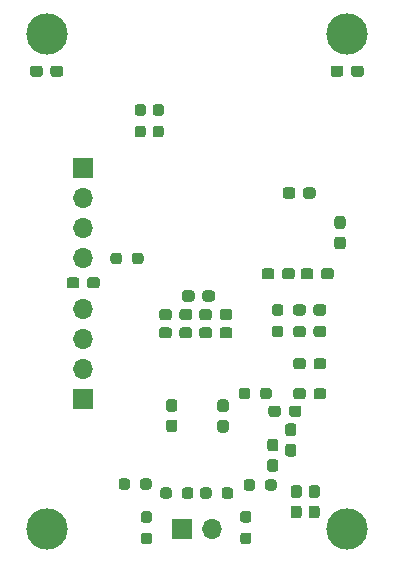
<source format=gbr>
%TF.GenerationSoftware,KiCad,Pcbnew,(5.1.9)-1*%
%TF.CreationDate,2021-03-06T18:52:22-05:00*%
%TF.ProjectId,final_design_v2,66696e61-6c5f-4646-9573-69676e5f7632,rev?*%
%TF.SameCoordinates,Original*%
%TF.FileFunction,Soldermask,Bot*%
%TF.FilePolarity,Negative*%
%FSLAX46Y46*%
G04 Gerber Fmt 4.6, Leading zero omitted, Abs format (unit mm)*
G04 Created by KiCad (PCBNEW (5.1.9)-1) date 2021-03-06 18:52:22*
%MOMM*%
%LPD*%
G01*
G04 APERTURE LIST*
%ADD10C,3.500000*%
%ADD11R,1.700000X1.700000*%
%ADD12O,1.700000X1.700000*%
G04 APERTURE END LIST*
D10*
%TO.C,H4*%
X162090100Y-121564400D03*
%TD*%
%TO.C,C1*%
G36*
G01*
X148091700Y-102091500D02*
X148091700Y-101616500D01*
G75*
G02*
X148329200Y-101379000I237500J0D01*
G01*
X148929200Y-101379000D01*
G75*
G02*
X149166700Y-101616500I0J-237500D01*
G01*
X149166700Y-102091500D01*
G75*
G02*
X148929200Y-102329000I-237500J0D01*
G01*
X148329200Y-102329000D01*
G75*
G02*
X148091700Y-102091500I0J237500D01*
G01*
G37*
G36*
G01*
X149816700Y-102091500D02*
X149816700Y-101616500D01*
G75*
G02*
X150054200Y-101379000I237500J0D01*
G01*
X150654200Y-101379000D01*
G75*
G02*
X150891700Y-101616500I0J-237500D01*
G01*
X150891700Y-102091500D01*
G75*
G02*
X150654200Y-102329000I-237500J0D01*
G01*
X150054200Y-102329000D01*
G75*
G02*
X149816700Y-102091500I0J237500D01*
G01*
G37*
%TD*%
%TO.C,C2*%
G36*
G01*
X147886300Y-103666300D02*
X147886300Y-103191300D01*
G75*
G02*
X148123800Y-102953800I237500J0D01*
G01*
X148723800Y-102953800D01*
G75*
G02*
X148961300Y-103191300I0J-237500D01*
G01*
X148961300Y-103666300D01*
G75*
G02*
X148723800Y-103903800I-237500J0D01*
G01*
X148123800Y-103903800D01*
G75*
G02*
X147886300Y-103666300I0J237500D01*
G01*
G37*
G36*
G01*
X146161300Y-103666300D02*
X146161300Y-103191300D01*
G75*
G02*
X146398800Y-102953800I237500J0D01*
G01*
X146998800Y-102953800D01*
G75*
G02*
X147236300Y-103191300I0J-237500D01*
G01*
X147236300Y-103666300D01*
G75*
G02*
X146998800Y-103903800I-237500J0D01*
G01*
X146398800Y-103903800D01*
G75*
G02*
X146161300Y-103666300I0J237500D01*
G01*
G37*
%TD*%
%TO.C,C3*%
G36*
G01*
X146161300Y-105215700D02*
X146161300Y-104740700D01*
G75*
G02*
X146398800Y-104503200I237500J0D01*
G01*
X146998800Y-104503200D01*
G75*
G02*
X147236300Y-104740700I0J-237500D01*
G01*
X147236300Y-105215700D01*
G75*
G02*
X146998800Y-105453200I-237500J0D01*
G01*
X146398800Y-105453200D01*
G75*
G02*
X146161300Y-105215700I0J237500D01*
G01*
G37*
G36*
G01*
X147886300Y-105215700D02*
X147886300Y-104740700D01*
G75*
G02*
X148123800Y-104503200I237500J0D01*
G01*
X148723800Y-104503200D01*
G75*
G02*
X148961300Y-104740700I0J-237500D01*
G01*
X148961300Y-105215700D01*
G75*
G02*
X148723800Y-105453200I-237500J0D01*
G01*
X148123800Y-105453200D01*
G75*
G02*
X147886300Y-105215700I0J237500D01*
G01*
G37*
%TD*%
%TO.C,C4*%
G36*
G01*
X150639900Y-103191300D02*
X150639900Y-103666300D01*
G75*
G02*
X150402400Y-103903800I-237500J0D01*
G01*
X149802400Y-103903800D01*
G75*
G02*
X149564900Y-103666300I0J237500D01*
G01*
X149564900Y-103191300D01*
G75*
G02*
X149802400Y-102953800I237500J0D01*
G01*
X150402400Y-102953800D01*
G75*
G02*
X150639900Y-103191300I0J-237500D01*
G01*
G37*
G36*
G01*
X152364900Y-103191300D02*
X152364900Y-103666300D01*
G75*
G02*
X152127400Y-103903800I-237500J0D01*
G01*
X151527400Y-103903800D01*
G75*
G02*
X151289900Y-103666300I0J237500D01*
G01*
X151289900Y-103191300D01*
G75*
G02*
X151527400Y-102953800I237500J0D01*
G01*
X152127400Y-102953800D01*
G75*
G02*
X152364900Y-103191300I0J-237500D01*
G01*
G37*
%TD*%
%TO.C,C5*%
G36*
G01*
X152364900Y-104740700D02*
X152364900Y-105215700D01*
G75*
G02*
X152127400Y-105453200I-237500J0D01*
G01*
X151527400Y-105453200D01*
G75*
G02*
X151289900Y-105215700I0J237500D01*
G01*
X151289900Y-104740700D01*
G75*
G02*
X151527400Y-104503200I237500J0D01*
G01*
X152127400Y-104503200D01*
G75*
G02*
X152364900Y-104740700I0J-237500D01*
G01*
G37*
G36*
G01*
X150639900Y-104740700D02*
X150639900Y-105215700D01*
G75*
G02*
X150402400Y-105453200I-237500J0D01*
G01*
X149802400Y-105453200D01*
G75*
G02*
X149564900Y-105215700I0J237500D01*
G01*
X149564900Y-104740700D01*
G75*
G02*
X149802400Y-104503200I237500J0D01*
G01*
X150402400Y-104503200D01*
G75*
G02*
X150639900Y-104740700I0J-237500D01*
G01*
G37*
%TD*%
%TO.C,C6*%
G36*
G01*
X157077400Y-114371000D02*
X157552400Y-114371000D01*
G75*
G02*
X157789900Y-114608500I0J-237500D01*
G01*
X157789900Y-115208500D01*
G75*
G02*
X157552400Y-115446000I-237500J0D01*
G01*
X157077400Y-115446000D01*
G75*
G02*
X156839900Y-115208500I0J237500D01*
G01*
X156839900Y-114608500D01*
G75*
G02*
X157077400Y-114371000I237500J0D01*
G01*
G37*
G36*
G01*
X157077400Y-112646000D02*
X157552400Y-112646000D01*
G75*
G02*
X157789900Y-112883500I0J-237500D01*
G01*
X157789900Y-113483500D01*
G75*
G02*
X157552400Y-113721000I-237500J0D01*
G01*
X157077400Y-113721000D01*
G75*
G02*
X156839900Y-113483500I0J237500D01*
G01*
X156839900Y-112883500D01*
G75*
G02*
X157077400Y-112646000I237500J0D01*
G01*
G37*
%TD*%
%TO.C,C7*%
G36*
G01*
X155553400Y-115666400D02*
X156028400Y-115666400D01*
G75*
G02*
X156265900Y-115903900I0J-237500D01*
G01*
X156265900Y-116503900D01*
G75*
G02*
X156028400Y-116741400I-237500J0D01*
G01*
X155553400Y-116741400D01*
G75*
G02*
X155315900Y-116503900I0J237500D01*
G01*
X155315900Y-115903900D01*
G75*
G02*
X155553400Y-115666400I237500J0D01*
G01*
G37*
G36*
G01*
X155553400Y-113941400D02*
X156028400Y-113941400D01*
G75*
G02*
X156265900Y-114178900I0J-237500D01*
G01*
X156265900Y-114778900D01*
G75*
G02*
X156028400Y-115016400I-237500J0D01*
G01*
X155553400Y-115016400D01*
G75*
G02*
X155315900Y-114778900I0J237500D01*
G01*
X155315900Y-114178900D01*
G75*
G02*
X155553400Y-113941400I237500J0D01*
G01*
G37*
%TD*%
%TO.C,C8*%
G36*
G01*
X158587113Y-104626708D02*
X158587113Y-105101708D01*
G75*
G02*
X158349613Y-105339208I-237500J0D01*
G01*
X157749613Y-105339208D01*
G75*
G02*
X157512113Y-105101708I0J237500D01*
G01*
X157512113Y-104626708D01*
G75*
G02*
X157749613Y-104389208I237500J0D01*
G01*
X158349613Y-104389208D01*
G75*
G02*
X158587113Y-104626708I0J-237500D01*
G01*
G37*
G36*
G01*
X160312113Y-104626708D02*
X160312113Y-105101708D01*
G75*
G02*
X160074613Y-105339208I-237500J0D01*
G01*
X159474613Y-105339208D01*
G75*
G02*
X159237113Y-105101708I0J237500D01*
G01*
X159237113Y-104626708D01*
G75*
G02*
X159474613Y-104389208I237500J0D01*
G01*
X160074613Y-104389208D01*
G75*
G02*
X160312113Y-104626708I0J-237500D01*
G01*
G37*
%TD*%
%TO.C,C9*%
G36*
G01*
X160315100Y-109896900D02*
X160315100Y-110371900D01*
G75*
G02*
X160077600Y-110609400I-237500J0D01*
G01*
X159477600Y-110609400D01*
G75*
G02*
X159240100Y-110371900I0J237500D01*
G01*
X159240100Y-109896900D01*
G75*
G02*
X159477600Y-109659400I237500J0D01*
G01*
X160077600Y-109659400D01*
G75*
G02*
X160315100Y-109896900I0J-237500D01*
G01*
G37*
G36*
G01*
X158590100Y-109896900D02*
X158590100Y-110371900D01*
G75*
G02*
X158352600Y-110609400I-237500J0D01*
G01*
X157752600Y-110609400D01*
G75*
G02*
X157515100Y-110371900I0J237500D01*
G01*
X157515100Y-109896900D01*
G75*
G02*
X157752600Y-109659400I237500J0D01*
G01*
X158352600Y-109659400D01*
G75*
G02*
X158590100Y-109896900I0J-237500D01*
G01*
G37*
%TD*%
%TO.C,C10*%
G36*
G01*
X160315100Y-107356900D02*
X160315100Y-107831900D01*
G75*
G02*
X160077600Y-108069400I-237500J0D01*
G01*
X159477600Y-108069400D01*
G75*
G02*
X159240100Y-107831900I0J237500D01*
G01*
X159240100Y-107356900D01*
G75*
G02*
X159477600Y-107119400I237500J0D01*
G01*
X160077600Y-107119400D01*
G75*
G02*
X160315100Y-107356900I0J-237500D01*
G01*
G37*
G36*
G01*
X158590100Y-107356900D02*
X158590100Y-107831900D01*
G75*
G02*
X158352600Y-108069400I-237500J0D01*
G01*
X157752600Y-108069400D01*
G75*
G02*
X157515100Y-107831900I0J237500D01*
G01*
X157515100Y-107356900D01*
G75*
G02*
X157752600Y-107119400I237500J0D01*
G01*
X158352600Y-107119400D01*
G75*
G02*
X158590100Y-107356900I0J-237500D01*
G01*
G37*
%TD*%
%TO.C,C11*%
G36*
G01*
X158587113Y-102797908D02*
X158587113Y-103272908D01*
G75*
G02*
X158349613Y-103510408I-237500J0D01*
G01*
X157749613Y-103510408D01*
G75*
G02*
X157512113Y-103272908I0J237500D01*
G01*
X157512113Y-102797908D01*
G75*
G02*
X157749613Y-102560408I237500J0D01*
G01*
X158349613Y-102560408D01*
G75*
G02*
X158587113Y-102797908I0J-237500D01*
G01*
G37*
G36*
G01*
X160312113Y-102797908D02*
X160312113Y-103272908D01*
G75*
G02*
X160074613Y-103510408I-237500J0D01*
G01*
X159474613Y-103510408D01*
G75*
G02*
X159237113Y-103272908I0J237500D01*
G01*
X159237113Y-102797908D01*
G75*
G02*
X159474613Y-102560408I237500J0D01*
G01*
X160074613Y-102560408D01*
G75*
G02*
X160312113Y-102797908I0J-237500D01*
G01*
G37*
%TD*%
%TO.C,C12*%
G36*
G01*
X151812000Y-111689000D02*
X151337000Y-111689000D01*
G75*
G02*
X151099500Y-111451500I0J237500D01*
G01*
X151099500Y-110851500D01*
G75*
G02*
X151337000Y-110614000I237500J0D01*
G01*
X151812000Y-110614000D01*
G75*
G02*
X152049500Y-110851500I0J-237500D01*
G01*
X152049500Y-111451500D01*
G75*
G02*
X151812000Y-111689000I-237500J0D01*
G01*
G37*
G36*
G01*
X151812000Y-113414000D02*
X151337000Y-113414000D01*
G75*
G02*
X151099500Y-113176500I0J237500D01*
G01*
X151099500Y-112576500D01*
G75*
G02*
X151337000Y-112339000I237500J0D01*
G01*
X151812000Y-112339000D01*
G75*
G02*
X152049500Y-112576500I0J-237500D01*
G01*
X152049500Y-113176500D01*
G75*
G02*
X151812000Y-113414000I-237500J0D01*
G01*
G37*
%TD*%
%TO.C,C13*%
G36*
G01*
X147468600Y-113388600D02*
X146993600Y-113388600D01*
G75*
G02*
X146756100Y-113151100I0J237500D01*
G01*
X146756100Y-112551100D01*
G75*
G02*
X146993600Y-112313600I237500J0D01*
G01*
X147468600Y-112313600D01*
G75*
G02*
X147706100Y-112551100I0J-237500D01*
G01*
X147706100Y-113151100D01*
G75*
G02*
X147468600Y-113388600I-237500J0D01*
G01*
G37*
G36*
G01*
X147468600Y-111663600D02*
X146993600Y-111663600D01*
G75*
G02*
X146756100Y-111426100I0J237500D01*
G01*
X146756100Y-110826100D01*
G75*
G02*
X146993600Y-110588600I237500J0D01*
G01*
X147468600Y-110588600D01*
G75*
G02*
X147706100Y-110826100I0J-237500D01*
G01*
X147706100Y-111426100D01*
G75*
G02*
X147468600Y-111663600I-237500J0D01*
G01*
G37*
%TD*%
%TO.C,C14*%
G36*
G01*
X141138100Y-100498900D02*
X141138100Y-100973900D01*
G75*
G02*
X140900600Y-101211400I-237500J0D01*
G01*
X140300600Y-101211400D01*
G75*
G02*
X140063100Y-100973900I0J237500D01*
G01*
X140063100Y-100498900D01*
G75*
G02*
X140300600Y-100261400I237500J0D01*
G01*
X140900600Y-100261400D01*
G75*
G02*
X141138100Y-100498900I0J-237500D01*
G01*
G37*
G36*
G01*
X139413100Y-100498900D02*
X139413100Y-100973900D01*
G75*
G02*
X139175600Y-101211400I-237500J0D01*
G01*
X138575600Y-101211400D01*
G75*
G02*
X138338100Y-100973900I0J237500D01*
G01*
X138338100Y-100498900D01*
G75*
G02*
X138575600Y-100261400I237500J0D01*
G01*
X139175600Y-100261400D01*
G75*
G02*
X139413100Y-100498900I0J-237500D01*
G01*
G37*
%TD*%
%TO.C,C15*%
G36*
G01*
X159058600Y-117878400D02*
X159533600Y-117878400D01*
G75*
G02*
X159771100Y-118115900I0J-237500D01*
G01*
X159771100Y-118715900D01*
G75*
G02*
X159533600Y-118953400I-237500J0D01*
G01*
X159058600Y-118953400D01*
G75*
G02*
X158821100Y-118715900I0J237500D01*
G01*
X158821100Y-118115900D01*
G75*
G02*
X159058600Y-117878400I237500J0D01*
G01*
G37*
G36*
G01*
X159058600Y-119603400D02*
X159533600Y-119603400D01*
G75*
G02*
X159771100Y-119840900I0J-237500D01*
G01*
X159771100Y-120440900D01*
G75*
G02*
X159533600Y-120678400I-237500J0D01*
G01*
X159058600Y-120678400D01*
G75*
G02*
X158821100Y-120440900I0J237500D01*
G01*
X158821100Y-119840900D01*
G75*
G02*
X159058600Y-119603400I237500J0D01*
G01*
G37*
%TD*%
%TO.C,C16*%
G36*
G01*
X157534600Y-119603400D02*
X158009600Y-119603400D01*
G75*
G02*
X158247100Y-119840900I0J-237500D01*
G01*
X158247100Y-120440900D01*
G75*
G02*
X158009600Y-120678400I-237500J0D01*
G01*
X157534600Y-120678400D01*
G75*
G02*
X157297100Y-120440900I0J237500D01*
G01*
X157297100Y-119840900D01*
G75*
G02*
X157534600Y-119603400I237500J0D01*
G01*
G37*
G36*
G01*
X157534600Y-117878400D02*
X158009600Y-117878400D01*
G75*
G02*
X158247100Y-118115900I0J-237500D01*
G01*
X158247100Y-118715900D01*
G75*
G02*
X158009600Y-118953400I-237500J0D01*
G01*
X157534600Y-118953400D01*
G75*
G02*
X157297100Y-118715900I0J237500D01*
G01*
X157297100Y-118115900D01*
G75*
G02*
X157534600Y-117878400I237500J0D01*
G01*
G37*
%TD*%
%TO.C,C17*%
G36*
G01*
X136314300Y-82591900D02*
X136314300Y-83066900D01*
G75*
G02*
X136076800Y-83304400I-237500J0D01*
G01*
X135476800Y-83304400D01*
G75*
G02*
X135239300Y-83066900I0J237500D01*
G01*
X135239300Y-82591900D01*
G75*
G02*
X135476800Y-82354400I237500J0D01*
G01*
X136076800Y-82354400D01*
G75*
G02*
X136314300Y-82591900I0J-237500D01*
G01*
G37*
G36*
G01*
X138039300Y-82591900D02*
X138039300Y-83066900D01*
G75*
G02*
X137801800Y-83304400I-237500J0D01*
G01*
X137201800Y-83304400D01*
G75*
G02*
X136964300Y-83066900I0J237500D01*
G01*
X136964300Y-82591900D01*
G75*
G02*
X137201800Y-82354400I237500J0D01*
G01*
X137801800Y-82354400D01*
G75*
G02*
X138039300Y-82591900I0J-237500D01*
G01*
G37*
%TD*%
%TO.C,C18*%
G36*
G01*
X162415100Y-83066900D02*
X162415100Y-82591900D01*
G75*
G02*
X162652600Y-82354400I237500J0D01*
G01*
X163252600Y-82354400D01*
G75*
G02*
X163490100Y-82591900I0J-237500D01*
G01*
X163490100Y-83066900D01*
G75*
G02*
X163252600Y-83304400I-237500J0D01*
G01*
X162652600Y-83304400D01*
G75*
G02*
X162415100Y-83066900I0J237500D01*
G01*
G37*
G36*
G01*
X160690100Y-83066900D02*
X160690100Y-82591900D01*
G75*
G02*
X160927600Y-82354400I237500J0D01*
G01*
X161527600Y-82354400D01*
G75*
G02*
X161765100Y-82591900I0J-237500D01*
G01*
X161765100Y-83066900D01*
G75*
G02*
X161527600Y-83304400I-237500J0D01*
G01*
X160927600Y-83304400D01*
G75*
G02*
X160690100Y-83066900I0J237500D01*
G01*
G37*
%TD*%
%TO.C,C21*%
G36*
G01*
X155923100Y-99736900D02*
X155923100Y-100211900D01*
G75*
G02*
X155685600Y-100449400I-237500J0D01*
G01*
X155085600Y-100449400D01*
G75*
G02*
X154848100Y-100211900I0J237500D01*
G01*
X154848100Y-99736900D01*
G75*
G02*
X155085600Y-99499400I237500J0D01*
G01*
X155685600Y-99499400D01*
G75*
G02*
X155923100Y-99736900I0J-237500D01*
G01*
G37*
G36*
G01*
X157648100Y-99736900D02*
X157648100Y-100211900D01*
G75*
G02*
X157410600Y-100449400I-237500J0D01*
G01*
X156810600Y-100449400D01*
G75*
G02*
X156573100Y-100211900I0J237500D01*
G01*
X156573100Y-99736900D01*
G75*
G02*
X156810600Y-99499400I237500J0D01*
G01*
X157410600Y-99499400D01*
G75*
G02*
X157648100Y-99736900I0J-237500D01*
G01*
G37*
%TD*%
%TO.C,C24*%
G36*
G01*
X161243000Y-95094600D02*
X161718000Y-95094600D01*
G75*
G02*
X161955500Y-95332100I0J-237500D01*
G01*
X161955500Y-95932100D01*
G75*
G02*
X161718000Y-96169600I-237500J0D01*
G01*
X161243000Y-96169600D01*
G75*
G02*
X161005500Y-95932100I0J237500D01*
G01*
X161005500Y-95332100D01*
G75*
G02*
X161243000Y-95094600I237500J0D01*
G01*
G37*
G36*
G01*
X161243000Y-96819600D02*
X161718000Y-96819600D01*
G75*
G02*
X161955500Y-97057100I0J-237500D01*
G01*
X161955500Y-97657100D01*
G75*
G02*
X161718000Y-97894600I-237500J0D01*
G01*
X161243000Y-97894600D01*
G75*
G02*
X161005500Y-97657100I0J237500D01*
G01*
X161005500Y-97057100D01*
G75*
G02*
X161243000Y-96819600I237500J0D01*
G01*
G37*
%TD*%
%TO.C,C27*%
G36*
G01*
X158352200Y-93379300D02*
X158352200Y-92904300D01*
G75*
G02*
X158589700Y-92666800I237500J0D01*
G01*
X159189700Y-92666800D01*
G75*
G02*
X159427200Y-92904300I0J-237500D01*
G01*
X159427200Y-93379300D01*
G75*
G02*
X159189700Y-93616800I-237500J0D01*
G01*
X158589700Y-93616800D01*
G75*
G02*
X158352200Y-93379300I0J237500D01*
G01*
G37*
G36*
G01*
X156627200Y-93379300D02*
X156627200Y-92904300D01*
G75*
G02*
X156864700Y-92666800I237500J0D01*
G01*
X157464700Y-92666800D01*
G75*
G02*
X157702200Y-92904300I0J-237500D01*
G01*
X157702200Y-93379300D01*
G75*
G02*
X157464700Y-93616800I-237500J0D01*
G01*
X156864700Y-93616800D01*
G75*
G02*
X156627200Y-93379300I0J237500D01*
G01*
G37*
%TD*%
%TO.C,C28*%
G36*
G01*
X158150100Y-100211900D02*
X158150100Y-99736900D01*
G75*
G02*
X158387600Y-99499400I237500J0D01*
G01*
X158987600Y-99499400D01*
G75*
G02*
X159225100Y-99736900I0J-237500D01*
G01*
X159225100Y-100211900D01*
G75*
G02*
X158987600Y-100449400I-237500J0D01*
G01*
X158387600Y-100449400D01*
G75*
G02*
X158150100Y-100211900I0J237500D01*
G01*
G37*
G36*
G01*
X159875100Y-100211900D02*
X159875100Y-99736900D01*
G75*
G02*
X160112600Y-99499400I237500J0D01*
G01*
X160712600Y-99499400D01*
G75*
G02*
X160950100Y-99736900I0J-237500D01*
G01*
X160950100Y-100211900D01*
G75*
G02*
X160712600Y-100449400I-237500J0D01*
G01*
X160112600Y-100449400D01*
G75*
G02*
X159875100Y-100211900I0J237500D01*
G01*
G37*
%TD*%
%TO.C,H1*%
X136690100Y-79654400D03*
%TD*%
%TO.C,H2*%
X136690100Y-121564400D03*
%TD*%
%TO.C,H3*%
X162090100Y-79654400D03*
%TD*%
D11*
%TO.C,SWD*%
X139738100Y-91008200D03*
D12*
X139738100Y-93548200D03*
X139738100Y-96088200D03*
X139738100Y-98628200D03*
%TD*%
%TO.C,UART*%
X139738100Y-102997000D03*
X139738100Y-105537000D03*
X139738100Y-108077000D03*
D11*
X139738100Y-110617000D03*
%TD*%
%TO.C,J3*%
X148120100Y-121564400D03*
D12*
X150660100Y-121564400D03*
%TD*%
%TO.C,L1*%
G36*
G01*
X158219600Y-111382800D02*
X158219600Y-111857800D01*
G75*
G02*
X157982100Y-112095300I-237500J0D01*
G01*
X157407100Y-112095300D01*
G75*
G02*
X157169600Y-111857800I0J237500D01*
G01*
X157169600Y-111382800D01*
G75*
G02*
X157407100Y-111145300I237500J0D01*
G01*
X157982100Y-111145300D01*
G75*
G02*
X158219600Y-111382800I0J-237500D01*
G01*
G37*
G36*
G01*
X156469600Y-111382800D02*
X156469600Y-111857800D01*
G75*
G02*
X156232100Y-112095300I-237500J0D01*
G01*
X155657100Y-112095300D01*
G75*
G02*
X155419600Y-111857800I0J237500D01*
G01*
X155419600Y-111382800D01*
G75*
G02*
X155657100Y-111145300I237500J0D01*
G01*
X156232100Y-111145300D01*
G75*
G02*
X156469600Y-111382800I0J-237500D01*
G01*
G37*
%TD*%
%TO.C,R2*%
G36*
G01*
X152892300Y-110346500D02*
X152892300Y-109871500D01*
G75*
G02*
X153129800Y-109634000I237500J0D01*
G01*
X153629800Y-109634000D01*
G75*
G02*
X153867300Y-109871500I0J-237500D01*
G01*
X153867300Y-110346500D01*
G75*
G02*
X153629800Y-110584000I-237500J0D01*
G01*
X153129800Y-110584000D01*
G75*
G02*
X152892300Y-110346500I0J237500D01*
G01*
G37*
G36*
G01*
X154717300Y-110346500D02*
X154717300Y-109871500D01*
G75*
G02*
X154954800Y-109634000I237500J0D01*
G01*
X155454800Y-109634000D01*
G75*
G02*
X155692300Y-109871500I0J-237500D01*
G01*
X155692300Y-110346500D01*
G75*
G02*
X155454800Y-110584000I-237500J0D01*
G01*
X154954800Y-110584000D01*
G75*
G02*
X154717300Y-110346500I0J237500D01*
G01*
G37*
%TD*%
%TO.C,R3*%
G36*
G01*
X143021500Y-98441500D02*
X143021500Y-98916500D01*
G75*
G02*
X142784000Y-99154000I-237500J0D01*
G01*
X142284000Y-99154000D01*
G75*
G02*
X142046500Y-98916500I0J237500D01*
G01*
X142046500Y-98441500D01*
G75*
G02*
X142284000Y-98204000I237500J0D01*
G01*
X142784000Y-98204000D01*
G75*
G02*
X143021500Y-98441500I0J-237500D01*
G01*
G37*
G36*
G01*
X144846500Y-98441500D02*
X144846500Y-98916500D01*
G75*
G02*
X144609000Y-99154000I-237500J0D01*
G01*
X144109000Y-99154000D01*
G75*
G02*
X143871500Y-98916500I0J237500D01*
G01*
X143871500Y-98441500D01*
G75*
G02*
X144109000Y-98204000I237500J0D01*
G01*
X144609000Y-98204000D01*
G75*
G02*
X144846500Y-98441500I0J-237500D01*
G01*
G37*
%TD*%
%TO.C,R6*%
G36*
G01*
X145850600Y-87445400D02*
X146325600Y-87445400D01*
G75*
G02*
X146563100Y-87682900I0J-237500D01*
G01*
X146563100Y-88182900D01*
G75*
G02*
X146325600Y-88420400I-237500J0D01*
G01*
X145850600Y-88420400D01*
G75*
G02*
X145613100Y-88182900I0J237500D01*
G01*
X145613100Y-87682900D01*
G75*
G02*
X145850600Y-87445400I237500J0D01*
G01*
G37*
G36*
G01*
X145850600Y-85620400D02*
X146325600Y-85620400D01*
G75*
G02*
X146563100Y-85857900I0J-237500D01*
G01*
X146563100Y-86357900D01*
G75*
G02*
X146325600Y-86595400I-237500J0D01*
G01*
X145850600Y-86595400D01*
G75*
G02*
X145613100Y-86357900I0J237500D01*
G01*
X145613100Y-85857900D01*
G75*
G02*
X145850600Y-85620400I237500J0D01*
G01*
G37*
%TD*%
%TO.C,R7*%
G36*
G01*
X144326600Y-85620400D02*
X144801600Y-85620400D01*
G75*
G02*
X145039100Y-85857900I0J-237500D01*
G01*
X145039100Y-86357900D01*
G75*
G02*
X144801600Y-86595400I-237500J0D01*
G01*
X144326600Y-86595400D01*
G75*
G02*
X144089100Y-86357900I0J237500D01*
G01*
X144089100Y-85857900D01*
G75*
G02*
X144326600Y-85620400I237500J0D01*
G01*
G37*
G36*
G01*
X144326600Y-87445400D02*
X144801600Y-87445400D01*
G75*
G02*
X145039100Y-87682900I0J-237500D01*
G01*
X145039100Y-88182900D01*
G75*
G02*
X144801600Y-88420400I-237500J0D01*
G01*
X144326600Y-88420400D01*
G75*
G02*
X144089100Y-88182900I0J237500D01*
G01*
X144089100Y-87682900D01*
G75*
G02*
X144326600Y-87445400I237500J0D01*
G01*
G37*
%TD*%
%TO.C,R8*%
G36*
G01*
X155956813Y-102549808D02*
X156431813Y-102549808D01*
G75*
G02*
X156669313Y-102787308I0J-237500D01*
G01*
X156669313Y-103287308D01*
G75*
G02*
X156431813Y-103524808I-237500J0D01*
G01*
X155956813Y-103524808D01*
G75*
G02*
X155719313Y-103287308I0J237500D01*
G01*
X155719313Y-102787308D01*
G75*
G02*
X155956813Y-102549808I237500J0D01*
G01*
G37*
G36*
G01*
X155956813Y-104374808D02*
X156431813Y-104374808D01*
G75*
G02*
X156669313Y-104612308I0J-237500D01*
G01*
X156669313Y-105112308D01*
G75*
G02*
X156431813Y-105349808I-237500J0D01*
G01*
X155956813Y-105349808D01*
G75*
G02*
X155719313Y-105112308I0J237500D01*
G01*
X155719313Y-104612308D01*
G75*
G02*
X155956813Y-104374808I237500J0D01*
G01*
G37*
%TD*%
%TO.C,R9*%
G36*
G01*
X149641100Y-118779300D02*
X149641100Y-118304300D01*
G75*
G02*
X149878600Y-118066800I237500J0D01*
G01*
X150378600Y-118066800D01*
G75*
G02*
X150616100Y-118304300I0J-237500D01*
G01*
X150616100Y-118779300D01*
G75*
G02*
X150378600Y-119016800I-237500J0D01*
G01*
X149878600Y-119016800D01*
G75*
G02*
X149641100Y-118779300I0J237500D01*
G01*
G37*
G36*
G01*
X151466100Y-118779300D02*
X151466100Y-118304300D01*
G75*
G02*
X151703600Y-118066800I237500J0D01*
G01*
X152203600Y-118066800D01*
G75*
G02*
X152441100Y-118304300I0J-237500D01*
G01*
X152441100Y-118779300D01*
G75*
G02*
X152203600Y-119016800I-237500J0D01*
G01*
X151703600Y-119016800D01*
G75*
G02*
X151466100Y-118779300I0J237500D01*
G01*
G37*
%TD*%
%TO.C,R10*%
G36*
G01*
X148087900Y-118779300D02*
X148087900Y-118304300D01*
G75*
G02*
X148325400Y-118066800I237500J0D01*
G01*
X148825400Y-118066800D01*
G75*
G02*
X149062900Y-118304300I0J-237500D01*
G01*
X149062900Y-118779300D01*
G75*
G02*
X148825400Y-119016800I-237500J0D01*
G01*
X148325400Y-119016800D01*
G75*
G02*
X148087900Y-118779300I0J237500D01*
G01*
G37*
G36*
G01*
X146262900Y-118779300D02*
X146262900Y-118304300D01*
G75*
G02*
X146500400Y-118066800I237500J0D01*
G01*
X147000400Y-118066800D01*
G75*
G02*
X147237900Y-118304300I0J-237500D01*
G01*
X147237900Y-118779300D01*
G75*
G02*
X147000400Y-119016800I-237500J0D01*
G01*
X146500400Y-119016800D01*
G75*
G02*
X146262900Y-118779300I0J237500D01*
G01*
G37*
%TD*%
%TO.C,R15*%
G36*
G01*
X145532300Y-117542300D02*
X145532300Y-118017300D01*
G75*
G02*
X145294800Y-118254800I-237500J0D01*
G01*
X144794800Y-118254800D01*
G75*
G02*
X144557300Y-118017300I0J237500D01*
G01*
X144557300Y-117542300D01*
G75*
G02*
X144794800Y-117304800I237500J0D01*
G01*
X145294800Y-117304800D01*
G75*
G02*
X145532300Y-117542300I0J-237500D01*
G01*
G37*
G36*
G01*
X143707300Y-117542300D02*
X143707300Y-118017300D01*
G75*
G02*
X143469800Y-118254800I-237500J0D01*
G01*
X142969800Y-118254800D01*
G75*
G02*
X142732300Y-118017300I0J237500D01*
G01*
X142732300Y-117542300D01*
G75*
G02*
X142969800Y-117304800I237500J0D01*
G01*
X143469800Y-117304800D01*
G75*
G02*
X143707300Y-117542300I0J-237500D01*
G01*
G37*
%TD*%
%TO.C,R16*%
G36*
G01*
X153324100Y-118093500D02*
X153324100Y-117618500D01*
G75*
G02*
X153561600Y-117381000I237500J0D01*
G01*
X154061600Y-117381000D01*
G75*
G02*
X154299100Y-117618500I0J-237500D01*
G01*
X154299100Y-118093500D01*
G75*
G02*
X154061600Y-118331000I-237500J0D01*
G01*
X153561600Y-118331000D01*
G75*
G02*
X153324100Y-118093500I0J237500D01*
G01*
G37*
G36*
G01*
X155149100Y-118093500D02*
X155149100Y-117618500D01*
G75*
G02*
X155386600Y-117381000I237500J0D01*
G01*
X155886600Y-117381000D01*
G75*
G02*
X156124100Y-117618500I0J-237500D01*
G01*
X156124100Y-118093500D01*
G75*
G02*
X155886600Y-118331000I-237500J0D01*
G01*
X155386600Y-118331000D01*
G75*
G02*
X155149100Y-118093500I0J237500D01*
G01*
G37*
%TD*%
%TO.C,R17*%
G36*
G01*
X145335000Y-121063200D02*
X144860000Y-121063200D01*
G75*
G02*
X144622500Y-120825700I0J237500D01*
G01*
X144622500Y-120325700D01*
G75*
G02*
X144860000Y-120088200I237500J0D01*
G01*
X145335000Y-120088200D01*
G75*
G02*
X145572500Y-120325700I0J-237500D01*
G01*
X145572500Y-120825700D01*
G75*
G02*
X145335000Y-121063200I-237500J0D01*
G01*
G37*
G36*
G01*
X145335000Y-122888200D02*
X144860000Y-122888200D01*
G75*
G02*
X144622500Y-122650700I0J237500D01*
G01*
X144622500Y-122150700D01*
G75*
G02*
X144860000Y-121913200I237500J0D01*
G01*
X145335000Y-121913200D01*
G75*
G02*
X145572500Y-122150700I0J-237500D01*
G01*
X145572500Y-122650700D01*
G75*
G02*
X145335000Y-122888200I-237500J0D01*
G01*
G37*
%TD*%
%TO.C,R18*%
G36*
G01*
X153742400Y-122862800D02*
X153267400Y-122862800D01*
G75*
G02*
X153029900Y-122625300I0J237500D01*
G01*
X153029900Y-122125300D01*
G75*
G02*
X153267400Y-121887800I237500J0D01*
G01*
X153742400Y-121887800D01*
G75*
G02*
X153979900Y-122125300I0J-237500D01*
G01*
X153979900Y-122625300D01*
G75*
G02*
X153742400Y-122862800I-237500J0D01*
G01*
G37*
G36*
G01*
X153742400Y-121037800D02*
X153267400Y-121037800D01*
G75*
G02*
X153029900Y-120800300I0J237500D01*
G01*
X153029900Y-120300300D01*
G75*
G02*
X153267400Y-120062800I237500J0D01*
G01*
X153742400Y-120062800D01*
G75*
G02*
X153979900Y-120300300I0J-237500D01*
G01*
X153979900Y-120800300D01*
G75*
G02*
X153742400Y-121037800I-237500J0D01*
G01*
G37*
%TD*%
M02*

</source>
